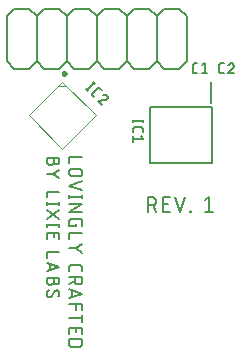
<source format=gbr>
G04 EAGLE Gerber RS-274X export*
G75*
%MOMM*%
%FSLAX34Y34*%
%LPD*%
%INSilkscreen Top*%
%IPPOS*%
%AMOC8*
5,1,8,0,0,1.08239X$1,22.5*%
G01*
%ADD10C,0.152400*%
%ADD11C,0.203200*%
%ADD12C,0.127000*%
%ADD13C,0.100000*%
%ADD14C,0.250000*%
%ADD15C,0.200000*%


D10*
X79300Y275303D02*
X73194Y269196D01*
X73872Y268518D02*
X72515Y269875D01*
X78622Y275982D02*
X79979Y274625D01*
X78000Y264390D02*
X79357Y263033D01*
X78000Y264390D02*
X77941Y264452D01*
X77884Y264517D01*
X77830Y264584D01*
X77780Y264654D01*
X77732Y264726D01*
X77688Y264800D01*
X77647Y264876D01*
X77610Y264953D01*
X77576Y265033D01*
X77546Y265113D01*
X77519Y265195D01*
X77496Y265278D01*
X77477Y265362D01*
X77462Y265447D01*
X77450Y265532D01*
X77442Y265618D01*
X77438Y265704D01*
X77438Y265790D01*
X77442Y265876D01*
X77450Y265962D01*
X77462Y266047D01*
X77477Y266132D01*
X77496Y266216D01*
X77519Y266299D01*
X77546Y266381D01*
X77576Y266461D01*
X77610Y266541D01*
X77647Y266618D01*
X77688Y266694D01*
X77732Y266768D01*
X77780Y266840D01*
X77830Y266910D01*
X77884Y266977D01*
X77941Y267042D01*
X78000Y267104D01*
X81392Y270497D01*
X81454Y270556D01*
X81519Y270613D01*
X81586Y270667D01*
X81656Y270717D01*
X81728Y270765D01*
X81802Y270809D01*
X81878Y270850D01*
X81955Y270887D01*
X82035Y270921D01*
X82115Y270951D01*
X82197Y270978D01*
X82280Y271001D01*
X82364Y271020D01*
X82449Y271035D01*
X82534Y271047D01*
X82620Y271055D01*
X82706Y271059D01*
X82792Y271059D01*
X82878Y271055D01*
X82964Y271047D01*
X83049Y271035D01*
X83134Y271020D01*
X83218Y271001D01*
X83301Y270978D01*
X83383Y270951D01*
X83463Y270921D01*
X83543Y270887D01*
X83620Y270850D01*
X83696Y270809D01*
X83770Y270765D01*
X83842Y270717D01*
X83911Y270667D01*
X83979Y270613D01*
X84044Y270556D01*
X84106Y270497D01*
X85464Y269140D01*
X90031Y264573D02*
X90094Y264506D01*
X90155Y264438D01*
X90212Y264366D01*
X90267Y264293D01*
X90318Y264217D01*
X90366Y264139D01*
X90411Y264059D01*
X90452Y263977D01*
X90490Y263893D01*
X90524Y263808D01*
X90554Y263722D01*
X90581Y263634D01*
X90604Y263546D01*
X90624Y263456D01*
X90639Y263366D01*
X90651Y263275D01*
X90659Y263183D01*
X90663Y263092D01*
X90663Y263000D01*
X90659Y262909D01*
X90651Y262817D01*
X90639Y262726D01*
X90624Y262636D01*
X90604Y262546D01*
X90581Y262458D01*
X90554Y262370D01*
X90524Y262284D01*
X90490Y262199D01*
X90452Y262115D01*
X90411Y262033D01*
X90366Y261953D01*
X90318Y261875D01*
X90267Y261799D01*
X90212Y261726D01*
X90155Y261654D01*
X90094Y261586D01*
X90031Y261519D01*
X90030Y264573D02*
X89957Y264644D01*
X89880Y264712D01*
X89801Y264778D01*
X89720Y264840D01*
X89636Y264900D01*
X89551Y264956D01*
X89463Y265009D01*
X89373Y265059D01*
X89282Y265106D01*
X89189Y265149D01*
X89094Y265189D01*
X88998Y265225D01*
X88901Y265257D01*
X88802Y265286D01*
X88703Y265312D01*
X88603Y265333D01*
X88502Y265351D01*
X88400Y265365D01*
X88298Y265376D01*
X88196Y265382D01*
X88093Y265385D01*
X87990Y265384D01*
X87888Y265379D01*
X87786Y265370D01*
X87684Y265358D01*
X87582Y265342D01*
X87482Y265322D01*
X87382Y265299D01*
X87283Y265271D01*
X87185Y265240D01*
X87089Y265206D01*
X86993Y265168D01*
X86899Y265126D01*
X86807Y265081D01*
X88335Y260841D02*
X88428Y260840D01*
X88522Y260844D01*
X88616Y260851D01*
X88709Y260862D01*
X88802Y260877D01*
X88894Y260895D01*
X88985Y260917D01*
X89075Y260943D01*
X89164Y260973D01*
X89252Y261006D01*
X89339Y261043D01*
X89424Y261083D01*
X89507Y261126D01*
X89588Y261173D01*
X89668Y261223D01*
X89745Y261276D01*
X89820Y261333D01*
X89893Y261392D01*
X89963Y261454D01*
X90031Y261519D01*
X88334Y260841D02*
X82058Y260332D01*
X85451Y256939D01*
X164606Y283337D02*
X166525Y283337D01*
X164606Y283337D02*
X164520Y283339D01*
X164434Y283345D01*
X164348Y283354D01*
X164263Y283368D01*
X164179Y283385D01*
X164095Y283406D01*
X164013Y283431D01*
X163932Y283459D01*
X163852Y283491D01*
X163773Y283527D01*
X163697Y283566D01*
X163622Y283609D01*
X163549Y283654D01*
X163478Y283703D01*
X163410Y283756D01*
X163343Y283811D01*
X163280Y283869D01*
X163219Y283930D01*
X163161Y283993D01*
X163106Y284060D01*
X163053Y284128D01*
X163004Y284199D01*
X162959Y284272D01*
X162916Y284347D01*
X162877Y284423D01*
X162841Y284502D01*
X162809Y284582D01*
X162781Y284663D01*
X162756Y284745D01*
X162735Y284829D01*
X162718Y284913D01*
X162704Y284998D01*
X162695Y285084D01*
X162689Y285170D01*
X162687Y285256D01*
X162687Y290054D01*
X162689Y290140D01*
X162695Y290226D01*
X162704Y290312D01*
X162718Y290397D01*
X162735Y290481D01*
X162756Y290565D01*
X162781Y290647D01*
X162809Y290728D01*
X162841Y290808D01*
X162877Y290887D01*
X162916Y290963D01*
X162959Y291038D01*
X163004Y291111D01*
X163053Y291182D01*
X163106Y291250D01*
X163161Y291317D01*
X163219Y291380D01*
X163280Y291441D01*
X163343Y291499D01*
X163410Y291554D01*
X163478Y291606D01*
X163549Y291656D01*
X163622Y291701D01*
X163697Y291744D01*
X163773Y291783D01*
X163852Y291819D01*
X163932Y291851D01*
X164013Y291879D01*
X164095Y291904D01*
X164179Y291925D01*
X164263Y291942D01*
X164348Y291956D01*
X164434Y291965D01*
X164520Y291971D01*
X164606Y291973D01*
X166525Y291973D01*
X170345Y290054D02*
X172744Y291973D01*
X172744Y283337D01*
X170345Y283337D02*
X175143Y283337D01*
X186831Y283337D02*
X188750Y283337D01*
X186831Y283337D02*
X186745Y283339D01*
X186659Y283345D01*
X186573Y283354D01*
X186488Y283368D01*
X186404Y283385D01*
X186320Y283406D01*
X186238Y283431D01*
X186157Y283459D01*
X186077Y283491D01*
X185998Y283527D01*
X185922Y283566D01*
X185847Y283609D01*
X185774Y283654D01*
X185703Y283703D01*
X185635Y283756D01*
X185568Y283811D01*
X185505Y283869D01*
X185444Y283930D01*
X185386Y283993D01*
X185331Y284060D01*
X185278Y284128D01*
X185229Y284199D01*
X185184Y284272D01*
X185141Y284347D01*
X185102Y284423D01*
X185066Y284502D01*
X185034Y284582D01*
X185006Y284663D01*
X184981Y284745D01*
X184960Y284829D01*
X184943Y284913D01*
X184929Y284998D01*
X184920Y285084D01*
X184914Y285170D01*
X184912Y285256D01*
X184912Y290054D01*
X184914Y290140D01*
X184920Y290226D01*
X184929Y290312D01*
X184943Y290397D01*
X184960Y290481D01*
X184981Y290565D01*
X185006Y290647D01*
X185034Y290728D01*
X185066Y290808D01*
X185102Y290887D01*
X185141Y290963D01*
X185184Y291038D01*
X185229Y291111D01*
X185278Y291182D01*
X185331Y291250D01*
X185386Y291317D01*
X185444Y291380D01*
X185505Y291441D01*
X185568Y291499D01*
X185635Y291554D01*
X185703Y291606D01*
X185774Y291656D01*
X185847Y291701D01*
X185922Y291744D01*
X185998Y291783D01*
X186077Y291819D01*
X186157Y291851D01*
X186238Y291879D01*
X186320Y291904D01*
X186404Y291925D01*
X186488Y291942D01*
X186573Y291956D01*
X186659Y291965D01*
X186745Y291971D01*
X186831Y291973D01*
X188750Y291973D01*
X195209Y291973D02*
X195301Y291971D01*
X195392Y291965D01*
X195483Y291956D01*
X195574Y291942D01*
X195664Y291925D01*
X195753Y291903D01*
X195841Y291878D01*
X195928Y291850D01*
X196014Y291817D01*
X196098Y291781D01*
X196181Y291742D01*
X196262Y291699D01*
X196341Y291652D01*
X196418Y291603D01*
X196493Y291550D01*
X196565Y291494D01*
X196635Y291435D01*
X196703Y291373D01*
X196768Y291308D01*
X196830Y291240D01*
X196889Y291170D01*
X196945Y291098D01*
X196998Y291023D01*
X197047Y290946D01*
X197094Y290867D01*
X197137Y290786D01*
X197176Y290703D01*
X197212Y290619D01*
X197245Y290533D01*
X197273Y290446D01*
X197298Y290358D01*
X197320Y290269D01*
X197337Y290179D01*
X197351Y290088D01*
X197360Y289997D01*
X197366Y289906D01*
X197368Y289814D01*
X195209Y291973D02*
X195106Y291971D01*
X195004Y291965D01*
X194902Y291956D01*
X194800Y291943D01*
X194699Y291926D01*
X194598Y291905D01*
X194499Y291881D01*
X194400Y291852D01*
X194303Y291821D01*
X194206Y291785D01*
X194111Y291747D01*
X194018Y291704D01*
X193926Y291658D01*
X193836Y291609D01*
X193748Y291557D01*
X193661Y291501D01*
X193577Y291442D01*
X193496Y291381D01*
X193416Y291316D01*
X193339Y291248D01*
X193264Y291177D01*
X193193Y291104D01*
X193124Y291028D01*
X193057Y290950D01*
X192994Y290869D01*
X192934Y290786D01*
X192877Y290701D01*
X192823Y290614D01*
X192772Y290524D01*
X192725Y290433D01*
X192681Y290341D01*
X192640Y290246D01*
X192603Y290151D01*
X192570Y290054D01*
X196648Y288135D02*
X196715Y288201D01*
X196779Y288270D01*
X196840Y288341D01*
X196898Y288415D01*
X196953Y288491D01*
X197005Y288569D01*
X197054Y288649D01*
X197100Y288731D01*
X197142Y288815D01*
X197181Y288901D01*
X197216Y288988D01*
X197247Y289076D01*
X197275Y289166D01*
X197300Y289256D01*
X197321Y289348D01*
X197338Y289440D01*
X197351Y289533D01*
X197360Y289626D01*
X197366Y289720D01*
X197368Y289814D01*
X196648Y288135D02*
X192570Y283337D01*
X197368Y283337D01*
X124597Y178562D02*
X124597Y165862D01*
X124597Y178562D02*
X128125Y178562D01*
X128243Y178560D01*
X128361Y178554D01*
X128478Y178544D01*
X128595Y178531D01*
X128712Y178513D01*
X128828Y178491D01*
X128943Y178466D01*
X129057Y178437D01*
X129170Y178404D01*
X129282Y178367D01*
X129393Y178326D01*
X129502Y178282D01*
X129610Y178234D01*
X129716Y178183D01*
X129820Y178128D01*
X129923Y178069D01*
X130023Y178008D01*
X130122Y177943D01*
X130218Y177874D01*
X130311Y177803D01*
X130403Y177728D01*
X130492Y177651D01*
X130578Y177570D01*
X130661Y177487D01*
X130742Y177401D01*
X130819Y177312D01*
X130894Y177220D01*
X130965Y177127D01*
X131034Y177031D01*
X131099Y176932D01*
X131160Y176832D01*
X131219Y176729D01*
X131274Y176625D01*
X131325Y176519D01*
X131373Y176411D01*
X131417Y176302D01*
X131458Y176191D01*
X131495Y176079D01*
X131528Y175966D01*
X131557Y175852D01*
X131582Y175737D01*
X131604Y175621D01*
X131622Y175504D01*
X131635Y175387D01*
X131645Y175270D01*
X131651Y175152D01*
X131653Y175034D01*
X131651Y174916D01*
X131645Y174798D01*
X131635Y174681D01*
X131622Y174564D01*
X131604Y174447D01*
X131582Y174331D01*
X131557Y174216D01*
X131528Y174102D01*
X131495Y173989D01*
X131458Y173877D01*
X131417Y173766D01*
X131373Y173657D01*
X131325Y173549D01*
X131274Y173443D01*
X131219Y173339D01*
X131160Y173236D01*
X131099Y173136D01*
X131034Y173037D01*
X130965Y172941D01*
X130894Y172848D01*
X130819Y172756D01*
X130742Y172667D01*
X130661Y172581D01*
X130578Y172498D01*
X130492Y172417D01*
X130403Y172340D01*
X130311Y172265D01*
X130218Y172194D01*
X130122Y172125D01*
X130023Y172060D01*
X129923Y171999D01*
X129820Y171940D01*
X129716Y171885D01*
X129610Y171834D01*
X129502Y171786D01*
X129393Y171742D01*
X129282Y171701D01*
X129170Y171664D01*
X129057Y171631D01*
X128943Y171602D01*
X128828Y171577D01*
X128712Y171555D01*
X128595Y171537D01*
X128478Y171524D01*
X128361Y171514D01*
X128243Y171508D01*
X128125Y171506D01*
X124597Y171506D01*
X128831Y171506D02*
X131653Y165862D01*
X137759Y165862D02*
X143403Y165862D01*
X137759Y165862D02*
X137759Y178562D01*
X143403Y178562D01*
X141992Y172918D02*
X137759Y172918D01*
X147692Y178562D02*
X151925Y165862D01*
X156158Y178562D01*
X160533Y166568D02*
X160533Y165862D01*
X160533Y166568D02*
X161239Y166568D01*
X161239Y165862D01*
X160533Y165862D01*
X173147Y175740D02*
X176675Y178562D01*
X176675Y165862D01*
X173147Y165862D02*
X180203Y165862D01*
D11*
X45043Y208746D02*
X45043Y211709D01*
X45042Y208746D02*
X45040Y208639D01*
X45034Y208532D01*
X45025Y208426D01*
X45011Y208320D01*
X44994Y208214D01*
X44973Y208109D01*
X44948Y208005D01*
X44919Y207902D01*
X44887Y207800D01*
X44851Y207699D01*
X44811Y207600D01*
X44768Y207502D01*
X44721Y207406D01*
X44671Y207311D01*
X44618Y207218D01*
X44561Y207128D01*
X44501Y207039D01*
X44438Y206953D01*
X44372Y206869D01*
X44302Y206787D01*
X44230Y206708D01*
X44155Y206632D01*
X44077Y206558D01*
X43997Y206488D01*
X43914Y206420D01*
X43829Y206355D01*
X43742Y206294D01*
X43652Y206235D01*
X43560Y206180D01*
X43467Y206128D01*
X43371Y206080D01*
X43274Y206035D01*
X43176Y205993D01*
X43076Y205956D01*
X42974Y205921D01*
X42872Y205891D01*
X42768Y205864D01*
X42664Y205841D01*
X42558Y205822D01*
X42452Y205807D01*
X42346Y205795D01*
X42239Y205787D01*
X42132Y205783D01*
X42026Y205783D01*
X41919Y205787D01*
X41812Y205795D01*
X41706Y205807D01*
X41600Y205822D01*
X41494Y205841D01*
X41390Y205864D01*
X41286Y205891D01*
X41184Y205921D01*
X41082Y205956D01*
X40982Y205993D01*
X40884Y206035D01*
X40787Y206080D01*
X40691Y206128D01*
X40597Y206180D01*
X40506Y206235D01*
X40416Y206294D01*
X40329Y206355D01*
X40244Y206420D01*
X40161Y206488D01*
X40081Y206558D01*
X40003Y206632D01*
X39928Y206708D01*
X39856Y206787D01*
X39786Y206869D01*
X39720Y206953D01*
X39657Y207039D01*
X39597Y207128D01*
X39540Y207218D01*
X39487Y207311D01*
X39437Y207406D01*
X39390Y207502D01*
X39347Y207600D01*
X39307Y207699D01*
X39271Y207800D01*
X39239Y207902D01*
X39210Y208005D01*
X39185Y208109D01*
X39164Y208214D01*
X39147Y208320D01*
X39133Y208426D01*
X39124Y208532D01*
X39118Y208639D01*
X39116Y208746D01*
X39116Y211709D01*
X49784Y211709D01*
X49784Y208746D01*
X49782Y208649D01*
X49776Y208553D01*
X49766Y208457D01*
X49752Y208361D01*
X49735Y208266D01*
X49713Y208171D01*
X49688Y208078D01*
X49659Y207986D01*
X49626Y207895D01*
X49589Y207805D01*
X49549Y207717D01*
X49505Y207631D01*
X49458Y207547D01*
X49408Y207464D01*
X49354Y207384D01*
X49296Y207306D01*
X49236Y207230D01*
X49173Y207157D01*
X49107Y207087D01*
X49037Y207019D01*
X48966Y206954D01*
X48891Y206892D01*
X48814Y206834D01*
X48735Y206778D01*
X48654Y206726D01*
X48570Y206677D01*
X48485Y206631D01*
X48398Y206589D01*
X48309Y206551D01*
X48219Y206516D01*
X48127Y206485D01*
X48034Y206458D01*
X47941Y206434D01*
X47846Y206415D01*
X47750Y206399D01*
X47654Y206387D01*
X47558Y206379D01*
X47461Y206375D01*
X47365Y206375D01*
X47268Y206379D01*
X47172Y206387D01*
X47076Y206399D01*
X46980Y206415D01*
X46885Y206434D01*
X46792Y206458D01*
X46699Y206485D01*
X46607Y206516D01*
X46517Y206551D01*
X46428Y206589D01*
X46341Y206631D01*
X46256Y206677D01*
X46172Y206726D01*
X46091Y206778D01*
X46012Y206834D01*
X45935Y206892D01*
X45860Y206954D01*
X45789Y207019D01*
X45719Y207087D01*
X45653Y207157D01*
X45590Y207230D01*
X45530Y207306D01*
X45472Y207384D01*
X45418Y207464D01*
X45368Y207547D01*
X45321Y207631D01*
X45277Y207717D01*
X45237Y207805D01*
X45200Y207895D01*
X45167Y207986D01*
X45138Y208078D01*
X45113Y208171D01*
X45091Y208266D01*
X45074Y208361D01*
X45060Y208457D01*
X45050Y208553D01*
X45044Y208649D01*
X45042Y208746D01*
X49784Y201507D02*
X44746Y197951D01*
X49784Y194395D01*
X44746Y197951D02*
X39116Y197951D01*
X39116Y182973D02*
X49784Y182973D01*
X39116Y182973D02*
X39116Y178232D01*
X39116Y172805D02*
X49784Y172805D01*
X39116Y173990D02*
X39116Y171619D01*
X49784Y171619D02*
X49784Y173990D01*
X39116Y167217D02*
X49784Y160105D01*
X49784Y167217D02*
X39116Y160105D01*
X39116Y154517D02*
X49784Y154517D01*
X39116Y155702D02*
X39116Y153331D01*
X49784Y153331D02*
X49784Y155702D01*
X39116Y147921D02*
X39116Y143180D01*
X39116Y147921D02*
X49784Y147921D01*
X49784Y143180D01*
X45043Y144365D02*
X45043Y147921D01*
X49784Y131919D02*
X39116Y131919D01*
X39116Y127178D01*
X39116Y123021D02*
X49784Y119465D01*
X39116Y115909D01*
X41783Y116798D02*
X41783Y122132D01*
X45043Y110363D02*
X45043Y107400D01*
X45042Y107400D02*
X45040Y107293D01*
X45034Y107186D01*
X45025Y107080D01*
X45011Y106974D01*
X44994Y106868D01*
X44973Y106763D01*
X44948Y106659D01*
X44919Y106556D01*
X44887Y106454D01*
X44851Y106353D01*
X44811Y106254D01*
X44768Y106156D01*
X44721Y106060D01*
X44671Y105965D01*
X44618Y105872D01*
X44561Y105782D01*
X44501Y105693D01*
X44438Y105607D01*
X44372Y105523D01*
X44302Y105441D01*
X44230Y105362D01*
X44155Y105286D01*
X44077Y105212D01*
X43997Y105142D01*
X43914Y105074D01*
X43829Y105009D01*
X43742Y104948D01*
X43652Y104889D01*
X43560Y104834D01*
X43467Y104782D01*
X43371Y104734D01*
X43274Y104689D01*
X43176Y104647D01*
X43076Y104610D01*
X42974Y104575D01*
X42872Y104545D01*
X42768Y104518D01*
X42664Y104495D01*
X42558Y104476D01*
X42452Y104461D01*
X42346Y104449D01*
X42239Y104441D01*
X42132Y104437D01*
X42026Y104437D01*
X41919Y104441D01*
X41812Y104449D01*
X41706Y104461D01*
X41600Y104476D01*
X41494Y104495D01*
X41390Y104518D01*
X41286Y104545D01*
X41184Y104575D01*
X41082Y104610D01*
X40982Y104647D01*
X40884Y104689D01*
X40787Y104734D01*
X40691Y104782D01*
X40597Y104834D01*
X40506Y104889D01*
X40416Y104948D01*
X40329Y105009D01*
X40244Y105074D01*
X40161Y105142D01*
X40081Y105212D01*
X40003Y105286D01*
X39928Y105362D01*
X39856Y105441D01*
X39786Y105523D01*
X39720Y105607D01*
X39657Y105693D01*
X39597Y105782D01*
X39540Y105872D01*
X39487Y105965D01*
X39437Y106060D01*
X39390Y106156D01*
X39347Y106254D01*
X39307Y106353D01*
X39271Y106454D01*
X39239Y106556D01*
X39210Y106659D01*
X39185Y106763D01*
X39164Y106868D01*
X39147Y106974D01*
X39133Y107080D01*
X39124Y107186D01*
X39118Y107293D01*
X39116Y107400D01*
X39116Y110363D01*
X49784Y110363D01*
X49784Y107400D01*
X49782Y107303D01*
X49776Y107207D01*
X49766Y107111D01*
X49752Y107015D01*
X49735Y106920D01*
X49713Y106825D01*
X49688Y106732D01*
X49659Y106640D01*
X49626Y106549D01*
X49589Y106459D01*
X49549Y106371D01*
X49505Y106285D01*
X49458Y106201D01*
X49408Y106118D01*
X49354Y106038D01*
X49296Y105960D01*
X49236Y105884D01*
X49173Y105811D01*
X49107Y105741D01*
X49037Y105673D01*
X48966Y105608D01*
X48891Y105546D01*
X48814Y105488D01*
X48735Y105432D01*
X48654Y105380D01*
X48570Y105331D01*
X48485Y105285D01*
X48398Y105243D01*
X48309Y105205D01*
X48219Y105170D01*
X48127Y105139D01*
X48034Y105112D01*
X47941Y105088D01*
X47846Y105069D01*
X47750Y105053D01*
X47654Y105041D01*
X47558Y105033D01*
X47461Y105029D01*
X47365Y105029D01*
X47268Y105033D01*
X47172Y105041D01*
X47076Y105053D01*
X46980Y105069D01*
X46885Y105088D01*
X46792Y105112D01*
X46699Y105139D01*
X46607Y105170D01*
X46517Y105205D01*
X46428Y105243D01*
X46341Y105285D01*
X46256Y105331D01*
X46172Y105380D01*
X46091Y105432D01*
X46012Y105488D01*
X45935Y105546D01*
X45860Y105608D01*
X45789Y105673D01*
X45719Y105741D01*
X45653Y105811D01*
X45590Y105884D01*
X45530Y105960D01*
X45472Y106038D01*
X45418Y106118D01*
X45368Y106201D01*
X45321Y106285D01*
X45277Y106371D01*
X45237Y106459D01*
X45200Y106549D01*
X45167Y106640D01*
X45138Y106732D01*
X45113Y106825D01*
X45091Y106920D01*
X45074Y107015D01*
X45060Y107111D01*
X45050Y107207D01*
X45044Y107303D01*
X45042Y107400D01*
X39116Y96393D02*
X39118Y96298D01*
X39124Y96202D01*
X39133Y96107D01*
X39147Y96013D01*
X39164Y95919D01*
X39185Y95826D01*
X39210Y95733D01*
X39238Y95642D01*
X39270Y95552D01*
X39306Y95464D01*
X39345Y95377D01*
X39388Y95291D01*
X39434Y95208D01*
X39483Y95126D01*
X39536Y95046D01*
X39592Y94969D01*
X39650Y94893D01*
X39712Y94821D01*
X39777Y94751D01*
X39845Y94683D01*
X39915Y94618D01*
X39987Y94556D01*
X40063Y94498D01*
X40140Y94442D01*
X40220Y94389D01*
X40301Y94340D01*
X40385Y94294D01*
X40471Y94251D01*
X40558Y94212D01*
X40646Y94176D01*
X40736Y94144D01*
X40827Y94116D01*
X40920Y94091D01*
X41013Y94070D01*
X41107Y94053D01*
X41201Y94039D01*
X41296Y94030D01*
X41392Y94024D01*
X41487Y94022D01*
X39116Y96393D02*
X39118Y96529D01*
X39123Y96666D01*
X39133Y96802D01*
X39146Y96937D01*
X39162Y97073D01*
X39183Y97207D01*
X39207Y97342D01*
X39234Y97475D01*
X39266Y97608D01*
X39300Y97740D01*
X39339Y97871D01*
X39381Y98000D01*
X39426Y98129D01*
X39475Y98256D01*
X39528Y98382D01*
X39584Y98506D01*
X39643Y98629D01*
X39705Y98750D01*
X39771Y98870D01*
X39840Y98987D01*
X39913Y99103D01*
X39988Y99217D01*
X40066Y99328D01*
X40148Y99437D01*
X40232Y99545D01*
X40319Y99649D01*
X40409Y99752D01*
X40502Y99852D01*
X40598Y99949D01*
X47413Y99653D02*
X47508Y99651D01*
X47604Y99645D01*
X47699Y99636D01*
X47793Y99622D01*
X47887Y99605D01*
X47980Y99584D01*
X48073Y99559D01*
X48164Y99531D01*
X48254Y99499D01*
X48342Y99463D01*
X48429Y99424D01*
X48515Y99381D01*
X48599Y99335D01*
X48680Y99286D01*
X48760Y99233D01*
X48837Y99177D01*
X48913Y99119D01*
X48985Y99057D01*
X49055Y98992D01*
X49123Y98924D01*
X49188Y98854D01*
X49250Y98782D01*
X49308Y98706D01*
X49364Y98629D01*
X49417Y98549D01*
X49466Y98468D01*
X49512Y98384D01*
X49555Y98298D01*
X49594Y98211D01*
X49630Y98123D01*
X49662Y98033D01*
X49690Y97942D01*
X49715Y97849D01*
X49736Y97756D01*
X49753Y97662D01*
X49767Y97568D01*
X49776Y97473D01*
X49782Y97377D01*
X49784Y97282D01*
X49782Y97152D01*
X49776Y97022D01*
X49767Y96892D01*
X49754Y96763D01*
X49737Y96634D01*
X49716Y96506D01*
X49691Y96378D01*
X49663Y96251D01*
X49631Y96125D01*
X49595Y96000D01*
X49556Y95876D01*
X49513Y95754D01*
X49467Y95632D01*
X49416Y95512D01*
X49363Y95394D01*
X49306Y95277D01*
X49246Y95162D01*
X49182Y95048D01*
X49115Y94937D01*
X49045Y94827D01*
X48971Y94720D01*
X48895Y94615D01*
X45338Y98468D02*
X45389Y98549D01*
X45443Y98629D01*
X45499Y98707D01*
X45559Y98782D01*
X45622Y98855D01*
X45688Y98925D01*
X45756Y98992D01*
X45827Y99057D01*
X45901Y99119D01*
X45977Y99178D01*
X46055Y99234D01*
X46136Y99286D01*
X46218Y99336D01*
X46303Y99382D01*
X46389Y99424D01*
X46477Y99464D01*
X46566Y99499D01*
X46657Y99531D01*
X46749Y99560D01*
X46842Y99584D01*
X46935Y99605D01*
X47030Y99622D01*
X47125Y99636D01*
X47221Y99645D01*
X47317Y99651D01*
X47413Y99653D01*
X43562Y95208D02*
X43511Y95126D01*
X43457Y95046D01*
X43401Y94968D01*
X43341Y94893D01*
X43278Y94820D01*
X43212Y94750D01*
X43144Y94683D01*
X43073Y94618D01*
X42999Y94556D01*
X42923Y94497D01*
X42845Y94441D01*
X42764Y94389D01*
X42682Y94339D01*
X42597Y94293D01*
X42511Y94251D01*
X42423Y94211D01*
X42334Y94176D01*
X42243Y94144D01*
X42151Y94115D01*
X42058Y94091D01*
X41965Y94070D01*
X41870Y94053D01*
X41775Y94039D01*
X41679Y94030D01*
X41583Y94024D01*
X41487Y94022D01*
X43561Y95208D02*
X45339Y98468D01*
D12*
X57785Y212090D02*
X69215Y212090D01*
X57785Y212090D02*
X57785Y207010D01*
X60960Y202590D02*
X66040Y202590D01*
X66151Y202588D01*
X66261Y202582D01*
X66372Y202573D01*
X66482Y202559D01*
X66591Y202542D01*
X66700Y202521D01*
X66808Y202496D01*
X66915Y202467D01*
X67021Y202435D01*
X67126Y202399D01*
X67229Y202359D01*
X67331Y202316D01*
X67432Y202269D01*
X67531Y202218D01*
X67628Y202165D01*
X67722Y202108D01*
X67815Y202047D01*
X67906Y201984D01*
X67995Y201917D01*
X68081Y201847D01*
X68164Y201774D01*
X68246Y201699D01*
X68324Y201621D01*
X68399Y201539D01*
X68472Y201456D01*
X68542Y201370D01*
X68609Y201281D01*
X68672Y201190D01*
X68733Y201097D01*
X68790Y201002D01*
X68843Y200906D01*
X68894Y200807D01*
X68941Y200706D01*
X68984Y200604D01*
X69024Y200501D01*
X69060Y200396D01*
X69092Y200290D01*
X69121Y200183D01*
X69146Y200075D01*
X69167Y199966D01*
X69184Y199857D01*
X69198Y199747D01*
X69207Y199636D01*
X69213Y199526D01*
X69215Y199415D01*
X69213Y199304D01*
X69207Y199194D01*
X69198Y199083D01*
X69184Y198973D01*
X69167Y198864D01*
X69146Y198755D01*
X69121Y198647D01*
X69092Y198540D01*
X69060Y198434D01*
X69024Y198329D01*
X68984Y198226D01*
X68941Y198124D01*
X68894Y198023D01*
X68843Y197924D01*
X68790Y197827D01*
X68733Y197733D01*
X68672Y197640D01*
X68609Y197549D01*
X68542Y197460D01*
X68472Y197374D01*
X68399Y197291D01*
X68324Y197209D01*
X68246Y197131D01*
X68164Y197056D01*
X68081Y196983D01*
X67995Y196913D01*
X67906Y196846D01*
X67815Y196783D01*
X67722Y196722D01*
X67627Y196665D01*
X67531Y196612D01*
X67432Y196561D01*
X67331Y196514D01*
X67229Y196471D01*
X67126Y196431D01*
X67021Y196395D01*
X66915Y196363D01*
X66808Y196334D01*
X66700Y196309D01*
X66591Y196288D01*
X66482Y196271D01*
X66372Y196257D01*
X66261Y196248D01*
X66151Y196242D01*
X66040Y196240D01*
X60960Y196240D01*
X60849Y196242D01*
X60739Y196248D01*
X60628Y196257D01*
X60518Y196271D01*
X60409Y196288D01*
X60300Y196309D01*
X60192Y196334D01*
X60085Y196363D01*
X59979Y196395D01*
X59874Y196431D01*
X59771Y196471D01*
X59669Y196514D01*
X59568Y196561D01*
X59469Y196612D01*
X59373Y196665D01*
X59278Y196722D01*
X59185Y196783D01*
X59094Y196846D01*
X59005Y196913D01*
X58919Y196983D01*
X58836Y197056D01*
X58754Y197131D01*
X58676Y197209D01*
X58601Y197291D01*
X58528Y197374D01*
X58458Y197460D01*
X58391Y197549D01*
X58328Y197640D01*
X58267Y197733D01*
X58210Y197828D01*
X58157Y197924D01*
X58106Y198023D01*
X58059Y198124D01*
X58016Y198226D01*
X57976Y198329D01*
X57940Y198434D01*
X57908Y198540D01*
X57879Y198647D01*
X57854Y198755D01*
X57833Y198864D01*
X57816Y198973D01*
X57802Y199083D01*
X57793Y199194D01*
X57787Y199304D01*
X57785Y199415D01*
X57787Y199526D01*
X57793Y199636D01*
X57802Y199747D01*
X57816Y199857D01*
X57833Y199966D01*
X57854Y200075D01*
X57879Y200183D01*
X57908Y200290D01*
X57940Y200396D01*
X57976Y200501D01*
X58016Y200604D01*
X58059Y200706D01*
X58106Y200807D01*
X58157Y200906D01*
X58210Y201003D01*
X58267Y201097D01*
X58328Y201190D01*
X58391Y201281D01*
X58458Y201370D01*
X58528Y201456D01*
X58601Y201539D01*
X58676Y201621D01*
X58754Y201699D01*
X58836Y201774D01*
X58919Y201847D01*
X59005Y201917D01*
X59094Y201984D01*
X59185Y202047D01*
X59278Y202108D01*
X59373Y202165D01*
X59469Y202218D01*
X59568Y202269D01*
X59669Y202316D01*
X59771Y202359D01*
X59874Y202399D01*
X59979Y202435D01*
X60085Y202467D01*
X60192Y202496D01*
X60300Y202521D01*
X60409Y202542D01*
X60518Y202559D01*
X60628Y202573D01*
X60739Y202582D01*
X60849Y202588D01*
X60960Y202590D01*
X69215Y191795D02*
X57785Y187985D01*
X69215Y184175D01*
X69215Y178841D02*
X57785Y178841D01*
X57785Y180111D02*
X57785Y177571D01*
X69215Y177571D02*
X69215Y180111D01*
X69215Y172491D02*
X57785Y172491D01*
X57785Y166141D02*
X69215Y172491D01*
X69215Y166141D02*
X57785Y166141D01*
X64135Y155854D02*
X64135Y153949D01*
X57785Y153949D01*
X57785Y157759D01*
X57787Y157859D01*
X57793Y157958D01*
X57803Y158058D01*
X57816Y158156D01*
X57834Y158255D01*
X57855Y158352D01*
X57880Y158448D01*
X57909Y158544D01*
X57942Y158638D01*
X57978Y158731D01*
X58018Y158822D01*
X58062Y158912D01*
X58109Y159000D01*
X58159Y159086D01*
X58213Y159170D01*
X58270Y159252D01*
X58330Y159331D01*
X58394Y159409D01*
X58460Y159483D01*
X58529Y159555D01*
X58601Y159624D01*
X58675Y159690D01*
X58753Y159754D01*
X58832Y159814D01*
X58914Y159871D01*
X58998Y159925D01*
X59084Y159975D01*
X59172Y160022D01*
X59262Y160066D01*
X59353Y160106D01*
X59446Y160142D01*
X59540Y160175D01*
X59636Y160204D01*
X59732Y160229D01*
X59829Y160250D01*
X59928Y160268D01*
X60026Y160281D01*
X60126Y160291D01*
X60225Y160297D01*
X60325Y160299D01*
X66675Y160299D01*
X66775Y160297D01*
X66874Y160291D01*
X66974Y160281D01*
X67072Y160268D01*
X67171Y160250D01*
X67268Y160229D01*
X67364Y160204D01*
X67460Y160175D01*
X67554Y160142D01*
X67647Y160106D01*
X67738Y160066D01*
X67828Y160022D01*
X67916Y159975D01*
X68002Y159925D01*
X68086Y159871D01*
X68168Y159814D01*
X68247Y159754D01*
X68325Y159690D01*
X68399Y159624D01*
X68471Y159555D01*
X68540Y159483D01*
X68606Y159409D01*
X68670Y159331D01*
X68730Y159252D01*
X68787Y159170D01*
X68841Y159086D01*
X68891Y159000D01*
X68938Y158912D01*
X68982Y158822D01*
X69022Y158731D01*
X69058Y158638D01*
X69091Y158544D01*
X69120Y158448D01*
X69145Y158352D01*
X69166Y158255D01*
X69184Y158156D01*
X69197Y158058D01*
X69207Y157958D01*
X69213Y157859D01*
X69215Y157759D01*
X69215Y153949D01*
X69215Y148082D02*
X57785Y148082D01*
X57785Y143002D01*
X63818Y135407D02*
X69215Y139217D01*
X63818Y135407D02*
X69215Y131597D01*
X63818Y135407D02*
X57785Y135407D01*
X57785Y118554D02*
X57785Y116014D01*
X57785Y118554D02*
X57787Y118654D01*
X57793Y118753D01*
X57803Y118853D01*
X57816Y118951D01*
X57834Y119050D01*
X57855Y119147D01*
X57880Y119243D01*
X57909Y119339D01*
X57942Y119433D01*
X57978Y119526D01*
X58018Y119617D01*
X58062Y119707D01*
X58109Y119795D01*
X58159Y119881D01*
X58213Y119965D01*
X58270Y120047D01*
X58330Y120126D01*
X58394Y120204D01*
X58460Y120278D01*
X58529Y120350D01*
X58601Y120419D01*
X58675Y120485D01*
X58753Y120549D01*
X58832Y120609D01*
X58914Y120666D01*
X58998Y120720D01*
X59084Y120770D01*
X59172Y120817D01*
X59262Y120861D01*
X59353Y120901D01*
X59446Y120937D01*
X59540Y120970D01*
X59636Y120999D01*
X59732Y121024D01*
X59829Y121045D01*
X59928Y121063D01*
X60026Y121076D01*
X60126Y121086D01*
X60225Y121092D01*
X60325Y121094D01*
X66675Y121094D01*
X66775Y121092D01*
X66874Y121086D01*
X66974Y121076D01*
X67072Y121063D01*
X67171Y121045D01*
X67268Y121024D01*
X67364Y120999D01*
X67460Y120970D01*
X67554Y120937D01*
X67647Y120901D01*
X67738Y120861D01*
X67828Y120817D01*
X67916Y120770D01*
X68002Y120720D01*
X68086Y120666D01*
X68168Y120609D01*
X68247Y120549D01*
X68325Y120485D01*
X68399Y120419D01*
X68471Y120350D01*
X68540Y120278D01*
X68606Y120204D01*
X68670Y120126D01*
X68730Y120047D01*
X68787Y119965D01*
X68841Y119881D01*
X68891Y119795D01*
X68938Y119707D01*
X68982Y119617D01*
X69022Y119526D01*
X69058Y119433D01*
X69091Y119339D01*
X69120Y119243D01*
X69145Y119147D01*
X69166Y119050D01*
X69184Y118951D01*
X69197Y118853D01*
X69207Y118753D01*
X69213Y118654D01*
X69215Y118554D01*
X69215Y116014D01*
X69215Y111068D02*
X57785Y111068D01*
X69215Y111068D02*
X69215Y107893D01*
X69213Y107782D01*
X69207Y107672D01*
X69198Y107561D01*
X69184Y107451D01*
X69167Y107342D01*
X69146Y107233D01*
X69121Y107125D01*
X69092Y107018D01*
X69060Y106912D01*
X69024Y106807D01*
X68984Y106704D01*
X68941Y106602D01*
X68894Y106501D01*
X68843Y106402D01*
X68790Y106305D01*
X68733Y106211D01*
X68672Y106118D01*
X68609Y106027D01*
X68542Y105938D01*
X68472Y105852D01*
X68399Y105769D01*
X68324Y105687D01*
X68246Y105609D01*
X68164Y105534D01*
X68081Y105461D01*
X67995Y105391D01*
X67906Y105324D01*
X67815Y105261D01*
X67722Y105200D01*
X67627Y105143D01*
X67531Y105090D01*
X67432Y105039D01*
X67331Y104992D01*
X67229Y104949D01*
X67126Y104909D01*
X67021Y104873D01*
X66915Y104841D01*
X66808Y104812D01*
X66700Y104787D01*
X66591Y104766D01*
X66482Y104749D01*
X66372Y104735D01*
X66261Y104726D01*
X66151Y104720D01*
X66040Y104718D01*
X65929Y104720D01*
X65819Y104726D01*
X65708Y104735D01*
X65598Y104749D01*
X65489Y104766D01*
X65380Y104787D01*
X65272Y104812D01*
X65165Y104841D01*
X65059Y104873D01*
X64954Y104909D01*
X64851Y104949D01*
X64749Y104992D01*
X64648Y105039D01*
X64549Y105090D01*
X64453Y105143D01*
X64358Y105200D01*
X64265Y105261D01*
X64174Y105324D01*
X64085Y105391D01*
X63999Y105461D01*
X63916Y105534D01*
X63834Y105609D01*
X63756Y105687D01*
X63681Y105769D01*
X63608Y105852D01*
X63538Y105938D01*
X63471Y106027D01*
X63408Y106118D01*
X63347Y106211D01*
X63290Y106306D01*
X63237Y106402D01*
X63186Y106501D01*
X63139Y106602D01*
X63096Y106704D01*
X63056Y106807D01*
X63020Y106912D01*
X62988Y107018D01*
X62959Y107125D01*
X62934Y107233D01*
X62913Y107342D01*
X62896Y107451D01*
X62882Y107561D01*
X62873Y107672D01*
X62867Y107782D01*
X62865Y107893D01*
X62865Y111068D01*
X62865Y107258D02*
X57785Y104718D01*
X57785Y100356D02*
X69215Y96546D01*
X57785Y92736D01*
X60643Y93688D02*
X60643Y99403D01*
X57785Y87884D02*
X69215Y87884D01*
X69215Y82804D01*
X64135Y82804D02*
X64135Y87884D01*
X69215Y75972D02*
X57785Y75972D01*
X69215Y79147D02*
X69215Y72797D01*
X57785Y68072D02*
X57785Y62992D01*
X57785Y68072D02*
X69215Y68072D01*
X69215Y62992D01*
X64135Y64262D02*
X64135Y68072D01*
X69215Y58192D02*
X57785Y58192D01*
X69215Y58192D02*
X69215Y55017D01*
X69213Y54906D01*
X69207Y54796D01*
X69198Y54685D01*
X69184Y54575D01*
X69167Y54466D01*
X69146Y54357D01*
X69121Y54249D01*
X69092Y54142D01*
X69060Y54036D01*
X69024Y53931D01*
X68984Y53828D01*
X68941Y53726D01*
X68894Y53625D01*
X68843Y53526D01*
X68790Y53429D01*
X68733Y53335D01*
X68672Y53242D01*
X68609Y53151D01*
X68542Y53062D01*
X68472Y52976D01*
X68399Y52893D01*
X68324Y52811D01*
X68246Y52733D01*
X68164Y52658D01*
X68081Y52585D01*
X67995Y52515D01*
X67906Y52448D01*
X67815Y52385D01*
X67722Y52324D01*
X67627Y52267D01*
X67531Y52214D01*
X67432Y52163D01*
X67331Y52116D01*
X67229Y52073D01*
X67126Y52033D01*
X67021Y51997D01*
X66915Y51965D01*
X66808Y51936D01*
X66700Y51911D01*
X66591Y51890D01*
X66482Y51873D01*
X66372Y51859D01*
X66261Y51850D01*
X66151Y51844D01*
X66040Y51842D01*
X60960Y51842D01*
X60849Y51844D01*
X60739Y51850D01*
X60628Y51859D01*
X60518Y51873D01*
X60409Y51890D01*
X60300Y51911D01*
X60192Y51936D01*
X60085Y51965D01*
X59979Y51997D01*
X59874Y52033D01*
X59771Y52073D01*
X59669Y52116D01*
X59568Y52163D01*
X59469Y52214D01*
X59373Y52267D01*
X59278Y52324D01*
X59185Y52385D01*
X59094Y52448D01*
X59005Y52515D01*
X58919Y52585D01*
X58836Y52658D01*
X58754Y52733D01*
X58676Y52811D01*
X58601Y52893D01*
X58528Y52976D01*
X58458Y53062D01*
X58391Y53151D01*
X58328Y53242D01*
X58267Y53335D01*
X58210Y53430D01*
X58157Y53526D01*
X58106Y53625D01*
X58059Y53726D01*
X58016Y53828D01*
X57976Y53931D01*
X57940Y54036D01*
X57908Y54142D01*
X57879Y54249D01*
X57854Y54357D01*
X57833Y54466D01*
X57816Y54575D01*
X57802Y54685D01*
X57793Y54796D01*
X57787Y54906D01*
X57785Y55017D01*
X57785Y58192D01*
D10*
X111887Y242753D02*
X120523Y242753D01*
X111887Y243713D02*
X111887Y241794D01*
X120523Y241794D02*
X120523Y243713D01*
X111887Y235956D02*
X111887Y234037D01*
X111887Y235956D02*
X111889Y236042D01*
X111895Y236128D01*
X111904Y236214D01*
X111918Y236299D01*
X111935Y236383D01*
X111956Y236467D01*
X111981Y236549D01*
X112009Y236630D01*
X112041Y236710D01*
X112077Y236789D01*
X112116Y236865D01*
X112159Y236940D01*
X112204Y237013D01*
X112254Y237084D01*
X112306Y237152D01*
X112361Y237219D01*
X112419Y237282D01*
X112480Y237343D01*
X112543Y237401D01*
X112610Y237456D01*
X112678Y237509D01*
X112749Y237558D01*
X112822Y237603D01*
X112897Y237646D01*
X112973Y237685D01*
X113052Y237721D01*
X113132Y237753D01*
X113213Y237781D01*
X113296Y237806D01*
X113379Y237827D01*
X113463Y237844D01*
X113548Y237858D01*
X113634Y237867D01*
X113720Y237873D01*
X113806Y237875D01*
X118604Y237875D01*
X118690Y237873D01*
X118776Y237867D01*
X118862Y237858D01*
X118947Y237844D01*
X119031Y237827D01*
X119115Y237806D01*
X119197Y237781D01*
X119278Y237753D01*
X119358Y237721D01*
X119437Y237685D01*
X119513Y237646D01*
X119588Y237603D01*
X119661Y237558D01*
X119732Y237509D01*
X119800Y237456D01*
X119867Y237401D01*
X119930Y237343D01*
X119991Y237282D01*
X120049Y237219D01*
X120104Y237153D01*
X120156Y237084D01*
X120206Y237013D01*
X120251Y236940D01*
X120294Y236865D01*
X120333Y236789D01*
X120369Y236710D01*
X120401Y236630D01*
X120429Y236549D01*
X120454Y236467D01*
X120475Y236383D01*
X120492Y236299D01*
X120506Y236214D01*
X120515Y236128D01*
X120521Y236042D01*
X120523Y235956D01*
X120523Y234037D01*
X118604Y230217D02*
X120523Y227818D01*
X111887Y227818D01*
X111887Y230217D02*
X111887Y225419D01*
D13*
X80418Y247714D02*
X52134Y275998D01*
X80418Y247714D02*
X52134Y219430D01*
X23850Y247714D01*
X52134Y275998D01*
X48598Y272463D02*
X55669Y272463D01*
D14*
X52546Y283317D02*
X52548Y283387D01*
X52554Y283457D01*
X52564Y283526D01*
X52577Y283595D01*
X52595Y283663D01*
X52616Y283730D01*
X52641Y283795D01*
X52670Y283859D01*
X52702Y283922D01*
X52738Y283982D01*
X52777Y284040D01*
X52819Y284096D01*
X52864Y284150D01*
X52912Y284201D01*
X52963Y284249D01*
X53017Y284294D01*
X53073Y284336D01*
X53131Y284375D01*
X53191Y284411D01*
X53254Y284443D01*
X53318Y284472D01*
X53383Y284497D01*
X53450Y284518D01*
X53518Y284536D01*
X53587Y284549D01*
X53656Y284559D01*
X53726Y284565D01*
X53796Y284567D01*
X53866Y284565D01*
X53936Y284559D01*
X54005Y284549D01*
X54074Y284536D01*
X54142Y284518D01*
X54209Y284497D01*
X54274Y284472D01*
X54338Y284443D01*
X54401Y284411D01*
X54461Y284375D01*
X54519Y284336D01*
X54575Y284294D01*
X54629Y284249D01*
X54680Y284201D01*
X54728Y284150D01*
X54773Y284096D01*
X54815Y284040D01*
X54854Y283982D01*
X54890Y283922D01*
X54922Y283859D01*
X54951Y283795D01*
X54976Y283730D01*
X54997Y283663D01*
X55015Y283595D01*
X55028Y283526D01*
X55038Y283457D01*
X55044Y283387D01*
X55046Y283317D01*
X55044Y283247D01*
X55038Y283177D01*
X55028Y283108D01*
X55015Y283039D01*
X54997Y282971D01*
X54976Y282904D01*
X54951Y282839D01*
X54922Y282775D01*
X54890Y282712D01*
X54854Y282652D01*
X54815Y282594D01*
X54773Y282538D01*
X54728Y282484D01*
X54680Y282433D01*
X54629Y282385D01*
X54575Y282340D01*
X54519Y282298D01*
X54461Y282259D01*
X54401Y282223D01*
X54338Y282191D01*
X54274Y282162D01*
X54209Y282137D01*
X54142Y282116D01*
X54074Y282098D01*
X54005Y282085D01*
X53936Y282075D01*
X53866Y282069D01*
X53796Y282067D01*
X53726Y282069D01*
X53656Y282075D01*
X53587Y282085D01*
X53518Y282098D01*
X53450Y282116D01*
X53383Y282137D01*
X53318Y282162D01*
X53254Y282191D01*
X53191Y282223D01*
X53131Y282259D01*
X53073Y282298D01*
X53017Y282340D01*
X52963Y282385D01*
X52912Y282433D01*
X52864Y282484D01*
X52819Y282538D01*
X52777Y282594D01*
X52738Y282652D01*
X52702Y282712D01*
X52670Y282775D01*
X52641Y282839D01*
X52616Y282904D01*
X52595Y282971D01*
X52577Y283039D01*
X52564Y283108D01*
X52554Y283177D01*
X52548Y283247D01*
X52546Y283317D01*
D15*
X178600Y255140D02*
X178600Y207140D01*
X126200Y207140D01*
X126200Y255140D01*
X178600Y255140D01*
X178200Y258640D02*
X178200Y276140D01*
D10*
X11430Y287020D02*
X5080Y293370D01*
X24130Y287020D02*
X30480Y293370D01*
X36830Y287020D01*
X49530Y287020D02*
X55880Y293370D01*
X62230Y287020D01*
X74930Y287020D02*
X81280Y293370D01*
X87630Y287020D01*
X100330Y287020D02*
X106680Y293370D01*
X113030Y287020D01*
X125730Y287020D02*
X132080Y293370D01*
X5080Y293370D02*
X5080Y331470D01*
X11430Y337820D01*
X24130Y337820D01*
X30480Y331470D01*
X36830Y337820D01*
X49530Y337820D01*
X55880Y331470D01*
X62230Y337820D01*
X74930Y337820D01*
X81280Y331470D01*
X87630Y337820D01*
X100330Y337820D01*
X106680Y331470D01*
X113030Y337820D01*
X125730Y337820D01*
X132080Y331470D01*
X30480Y331470D02*
X30480Y293370D01*
X55880Y293370D02*
X55880Y331470D01*
X81280Y331470D02*
X81280Y293370D01*
X106680Y293370D02*
X106680Y331470D01*
X132080Y331470D02*
X132080Y293370D01*
X125730Y287020D02*
X113030Y287020D01*
X100330Y287020D02*
X87630Y287020D01*
X74930Y287020D02*
X62230Y287020D01*
X49530Y287020D02*
X36830Y287020D01*
X24130Y287020D02*
X11430Y287020D01*
X132080Y293370D02*
X138430Y287020D01*
X151130Y287020D02*
X157480Y293370D01*
X132080Y331470D02*
X138430Y337820D01*
X151130Y337820D01*
X157480Y331470D01*
X157480Y293370D01*
X151130Y287020D02*
X138430Y287020D01*
M02*

</source>
